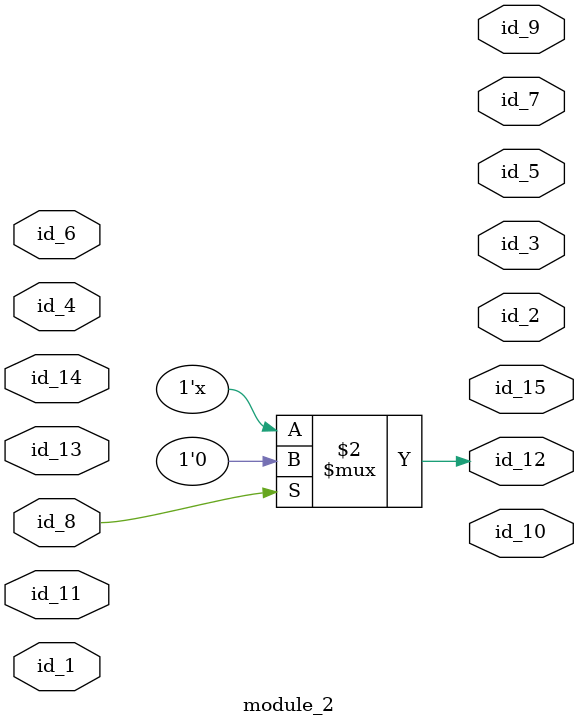
<source format=v>
module module_0;
endmodule
module module_1;
  parameter id_1 = -1'b0;
  module_0 modCall_1 ();
endmodule
module module_2 (
    id_1,
    id_2,
    id_3,
    id_4,
    id_5,
    id_6,
    id_7,
    id_8,
    id_9,
    id_10,
    id_11,
    id_12,
    id_13,
    id_14,
    id_15
);
  output wire id_15;
  input wire id_14;
  input wire id_13;
  output wire id_12;
  input wire id_11;
  output wire id_10;
  output wire id_9;
  input wire id_8;
  output wire id_7;
  inout wire id_6;
  output wire id_5;
  inout wire id_4;
  output wire id_3;
  output wire id_2;
  inout wire id_1;
  initial if (id_8) id_12 <= "";
  module_0 modCall_1 ();
  wire id_16;
endmodule

</source>
